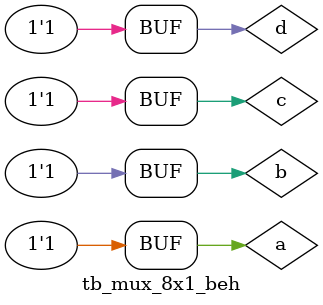
<source format=v>
module tb_mux_8x1_beh;
    //input
    reg a,b,c,d;
    //output
    wire f;
    mux_8x1_beh uut(
        .a(a),
        .b(b),
        .c(c),
        .d(d),
        .f(f)
    );
    initial begin
        {a,b,c,d}=4'b0000;
        #50;
        {a,b,c,d}=4'b1001;
        //case1
        #200;
        {a,b,c,d}=4'b1010;
        //case2
        #200
        {a,b,c,d}=4'b1111;
    end
endmodule
</source>
